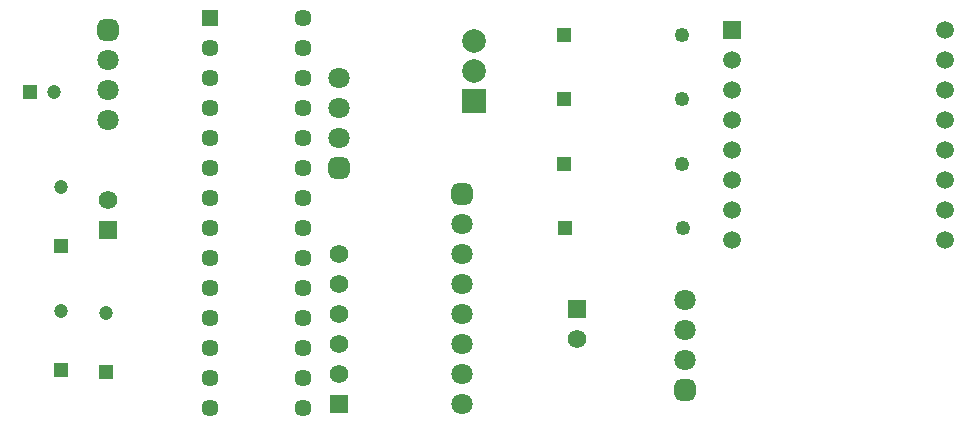
<source format=gbs>
G04*
G04 #@! TF.GenerationSoftware,Altium Limited,Altium Designer,25.2.1 (25)*
G04*
G04 Layer_Color=16711935*
%FSLAX25Y25*%
%MOIN*%
G70*
G04*
G04 #@! TF.SameCoordinates,D5E538CD-2188-41BB-B8E0-149CA04C5D28*
G04*
G04*
G04 #@! TF.FilePolarity,Negative*
G04*
G01*
G75*
%ADD15C,0.04921*%
%ADD16R,0.04921X0.04921*%
%ADD17C,0.05950*%
%ADD18R,0.05950X0.05950*%
%ADD19R,0.05721X0.05721*%
%ADD20C,0.05721*%
%ADD21C,0.06181*%
%ADD22R,0.06181X0.06181*%
%ADD23C,0.07887*%
%ADD24R,0.07887X0.07887*%
%ADD25C,0.04724*%
%ADD26R,0.04724X0.04724*%
%ADD27C,0.07099*%
G04:AMPARAMS|DCode=28|XSize=70.99mil|YSize=70.99mil|CornerRadius=19.75mil|HoleSize=0mil|Usage=FLASHONLY|Rotation=90.000|XOffset=0mil|YOffset=0mil|HoleType=Round|Shape=RoundedRectangle|*
%AMROUNDEDRECTD28*
21,1,0.07099,0.03150,0,0,90.0*
21,1,0.03150,0.07099,0,0,90.0*
1,1,0.03950,0.01575,0.01575*
1,1,0.03950,0.01575,-0.01575*
1,1,0.03950,-0.01575,-0.01575*
1,1,0.03950,-0.01575,0.01575*
%
%ADD28ROUNDEDRECTD28*%
%ADD29R,0.04724X0.04724*%
D15*
X227870Y112000D02*
D03*
X228185Y69000D02*
D03*
X227870Y90500D02*
D03*
Y133500D02*
D03*
D16*
X188500Y112000D02*
D03*
X188815Y69000D02*
D03*
X188500Y90500D02*
D03*
Y133500D02*
D03*
D17*
X244500Y105000D02*
D03*
Y95000D02*
D03*
X315500Y105000D02*
D03*
Y95000D02*
D03*
X244500Y85000D02*
D03*
Y115000D02*
D03*
X315500D02*
D03*
Y85000D02*
D03*
X244500Y125000D02*
D03*
X315500D02*
D03*
X244500Y75000D02*
D03*
X315500D02*
D03*
Y135000D02*
D03*
X244500Y65000D02*
D03*
X315500D02*
D03*
D18*
X244500Y135000D02*
D03*
D19*
X70500Y139000D02*
D03*
D20*
Y129000D02*
D03*
Y119000D02*
D03*
Y109000D02*
D03*
Y99000D02*
D03*
Y89000D02*
D03*
Y79000D02*
D03*
Y69000D02*
D03*
Y59000D02*
D03*
Y49000D02*
D03*
Y39000D02*
D03*
Y29000D02*
D03*
Y19000D02*
D03*
Y9000D02*
D03*
X101500D02*
D03*
Y19000D02*
D03*
Y29000D02*
D03*
Y39000D02*
D03*
Y49000D02*
D03*
Y59000D02*
D03*
Y69000D02*
D03*
Y79000D02*
D03*
Y89000D02*
D03*
Y99000D02*
D03*
Y109000D02*
D03*
Y119000D02*
D03*
Y129000D02*
D03*
Y139000D02*
D03*
D21*
X36500Y78500D02*
D03*
X113500Y60500D02*
D03*
Y50500D02*
D03*
Y40500D02*
D03*
Y30500D02*
D03*
Y20500D02*
D03*
X193000Y32000D02*
D03*
D22*
X36500Y68500D02*
D03*
X113500Y10500D02*
D03*
X193000Y42000D02*
D03*
D23*
X158500Y131500D02*
D03*
Y121500D02*
D03*
D24*
Y111500D02*
D03*
D25*
X18500Y114500D02*
D03*
X21000Y82843D02*
D03*
X36000Y40843D02*
D03*
X21000Y41343D02*
D03*
D26*
X10626Y114500D02*
D03*
D27*
X229000Y25000D02*
D03*
Y35000D02*
D03*
Y45000D02*
D03*
X36500Y125000D02*
D03*
Y115000D02*
D03*
Y105000D02*
D03*
X113500Y99000D02*
D03*
Y109000D02*
D03*
Y119000D02*
D03*
X154500Y30500D02*
D03*
Y50500D02*
D03*
Y70500D02*
D03*
Y60500D02*
D03*
Y40500D02*
D03*
Y20500D02*
D03*
Y10500D02*
D03*
D28*
X229000Y15000D02*
D03*
X36500Y135000D02*
D03*
X113500Y89000D02*
D03*
X154500Y80500D02*
D03*
D29*
X21000Y63157D02*
D03*
X36000Y21157D02*
D03*
X21000Y21657D02*
D03*
M02*

</source>
